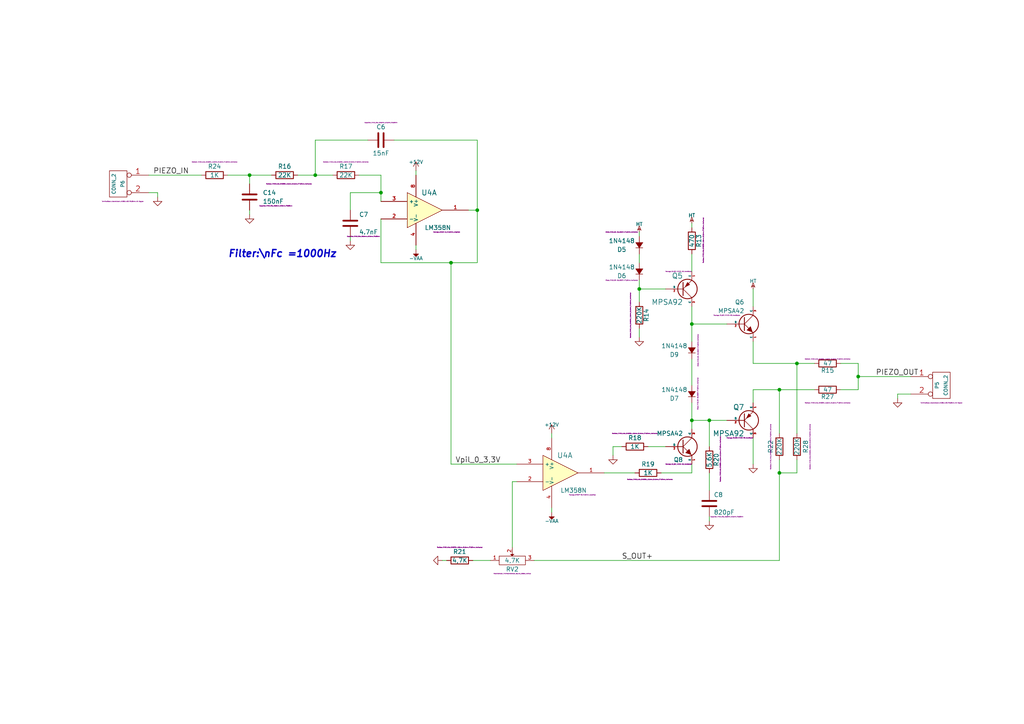
<source format=kicad_sch>
(kicad_sch (version 20200512) (host eeschema "(5.99.0-1712-g5a9e69b14)")
  (page 2 3)
  (paper "A4")
  (title_block (title "Complex hierarchy: demo") (date "2017-01-15") (rev "1"))
  (lib_symbols
    (symbol "complex_hierarchy_schlib:+12V" (power) (pin_names (offset 0))
      (property "Value" "+12V" (at 0 3.556 0))
      (symbol "+12V_0_1"
        (polyline (pts (xy -0.762 1.27) (xy 0 2.54)))
        (polyline (pts (xy 0 0) (xy 0 2.54)))
        (polyline (pts (xy 0 2.54) (xy 0.762 1.27)))
      )
      (symbol "+12V_1_1"
        (pin power_in line (at 0 0 90) (length 0) (name "+12V") (number "1") hide)
      )
    )
    (symbol "complex_hierarchy_schlib:-VAA" (power) (pin_names (offset 0))
      (property "Value" "-VAA" (at 0 2.54 0))
      (symbol "-VAA_0_1"
        (polyline (pts (xy 0 0) (xy 0 1.27) (xy 0 1.27)))
        (polyline (pts (xy 0 2.032) (xy 0.762 1.27) (xy -0.508 1.27) (xy -0.762 1.27) (xy 0 2.032) (xy 0 2.032) (xy 0 2.032)) (fill (type outline)))
      )
      (symbol "-VAA_0_0"
        (pin power_in line (at 0 0 90) (length 0) (name "-VAA") (number "1") hide)
      )
    )
    (symbol "complex_hierarchy_schlib:C" (pin_numbers hide) (pin_names (offset 0.254))
      (property "Reference" "C" (at 0.635 2.54 0))
      (property "Value" "C" (at 0.635 -2.54 0))
      (symbol "C_0_1"
        (polyline (pts (xy -2.032 -0.762) (xy 2.032 -0.762)) (stroke (width 0.508)))
        (polyline (pts (xy -2.032 0.762) (xy 2.032 0.762)) (stroke (width 0.508)))
      )
      (symbol "C_1_1"
        (pin passive line (at 0 3.81 270) (length 2.794) (name "~") (number "1"))
        (pin passive line (at 0 -3.81 90) (length 2.794) (name "~") (number "2"))
      )
    )
    (symbol "complex_hierarchy_schlib:CONN_2" (pin_names hide)
      (property "Reference" "P" (at -1.27 0 90))
      (property "Value" "CONN_2" (at 1.27 0 90))
      (symbol "CONN_2_0_1"
        (rectangle (start -2.54 3.81) (end 2.54 -3.81))
      )
      (symbol "CONN_2_1_1"
        (pin passive inverted (at -8.89 2.54 0) (length 6.35) (name "P1") (number "1"))
        (pin passive inverted (at -8.89 -2.54 0) (length 6.35) (name "PM") (number "2"))
      )
    )
    (symbol "complex_hierarchy_schlib:D_Small" (pin_numbers hide) (pin_names (offset 0.254) hide)
      (property "Reference" "D" (at -1.27 2.032 0))
      (property "Value" "D_Small" (at -3.81 -2.032 0))
      (symbol "D_Small_0_1"
        (polyline (pts (xy -0.762 -1.016) (xy -0.762 1.016)))
        (polyline (pts (xy 0.762 -1.016) (xy -0.762 0) (xy 0.762 1.016) (xy 0.762 -1.016)) (fill (type outline)))
      )
      (symbol "D_Small_1_1"
        (pin passive line (at -2.54 0 0) (length 1.778) (name "K") (number "1"))
        (pin passive line (at 2.54 0 180) (length 1.778) (name "A") (number "2"))
      )
    )
    (symbol "complex_hierarchy_schlib:GND" (power) (pin_names (offset 0))
      (property "Value" "GND" (at 0 -3.1242 0))
      (symbol "GND_0_1"
        (polyline (pts (xy 0 0) (xy 0 -1.27) (xy 1.27 -1.27) (xy 0 -2.54) (xy -1.27 -1.27) (xy 0 -1.27)))
      )
      (symbol "GND_1_1"
        (pin power_in line (at 0 0 270) (length 0) (name "GND") (number "1") hide)
      )
    )
    (symbol "complex_hierarchy_schlib:HT" (power) (pin_names (offset 0))
      (property "Value" "HT" (at 0 2.286 0))
      (symbol "HT_0_1"
        (polyline (pts (xy 0 0) (xy 0 1.016) (xy 0 1.016)))
        (polyline (pts (xy 0 1.016) (xy 0.508 0.508) (xy 0 1.778) (xy -0.508 0.508) (xy 0 1.016) (xy 0 1.016)))
      )
      (symbol "HT_0_0"
        (pin power_in line (at 0 0 90) (length 0) (name "HT") (number "1") hide)
      )
    )
    (symbol "complex_hierarchy_schlib:LM358N" (pin_names (offset 0.508))
      (property "Reference" "U" (at -1.27 5.08 0))
      (property "Value" "LM358N" (at -1.27 -6.35 0))
      (symbol "LM358N_0_1"
        (polyline (pts (xy -5.08 5.08) (xy 5.08 0) (xy -5.08 -5.08) (xy -5.08 5.08)) (fill (type background)))
        (pin power_in line (at -2.54 -10.16 90) (length 6.35) (name "V-") (number "4"))
        (pin power_in line (at -2.54 10.16 270) (length 6.35) (name "V+") (number "8"))
      )
      (symbol "LM358N_1_1"
        (pin output line (at 12.7 0 180) (length 7.62) (name "~") (number "1"))
        (pin input line (at -12.7 -2.54 0) (length 7.62) (name "-") (number "2"))
        (pin input line (at -12.7 2.54 0) (length 7.62) (name "+") (number "3"))
      )
      (symbol "LM358N_2_1"
        (pin input line (at -12.7 2.54 0) (length 7.62) (name "+") (number "5"))
        (pin input line (at -12.7 -2.54 0) (length 7.62) (name "-") (number "6"))
        (pin output line (at 12.7 0 180) (length 7.62) (name "~") (number "7"))
      )
    )
    (symbol "complex_hierarchy_schlib:MPSA42" (pin_names (offset 0))
      (property "Reference" "Q" (at 3.81 -3.81 0))
      (property "Value" "MPSA42" (at 3.81 3.81 0))
      (symbol "MPSA42_0_1"
        (circle (center 1.27 0) (radius 2.8194) (stroke (width 0.254)))
        (polyline (pts (xy 0 0) (xy 2.54 2.54)))
        (polyline (pts (xy 0 1.905) (xy 0 -1.905) (xy 0 -1.905)) (stroke (width 0.254)))
        (polyline (pts (xy 1.27 -1.27) (xy 0 0) (xy 0 0)))
        (polyline (pts (xy 2.286 -2.286) (xy 2.54 -2.54) (xy 2.54 -2.54)))
        (polyline (pts (xy 2.286 -2.286) (xy 1.778 -0.762) (xy 0.762 -1.778) (xy 2.286 -2.286) (xy 2.286 -2.286)) (fill (type outline)))
      )
      (symbol "MPSA42_1_1"
        (pin passive line (at 2.54 -5.08 90) (length 2.54) (name "E") (number "1"))
        (pin input line (at -5.08 0 0) (length 5.08) (name "B") (number "2"))
        (pin passive line (at 2.54 5.08 270) (length 2.54) (name "C") (number "3"))
      )
    )
    (symbol "complex_hierarchy_schlib:MPSA92" (pin_names (offset 0))
      (property "Reference" "Q" (at 3.81 -3.81 0))
      (property "Value" "MPSA92" (at 3.81 3.81 0))
      (symbol "MPSA92_0_1"
        (circle (center 1.27 0) (radius 2.8194) (stroke (width 0.254)))
        (polyline (pts (xy 0 0) (xy 2.54 2.54)))
        (polyline (pts (xy 0 1.905) (xy 0 -1.905) (xy 0 -1.905)) (stroke (width 0.254)) (fill (type outline)))
        (polyline (pts (xy 0.635 -0.635) (xy 0 0) (xy 0 0)))
        (polyline (pts (xy 2.54 -2.54) (xy 1.651 -1.651) (xy 1.651 -1.651)))
        (polyline (pts (xy 0.635 -0.635) (xy 1.27 -1.905) (xy 1.905 -1.27) (xy 0.635 -0.635) (xy 0.635 -0.635)) (fill (type outline)))
      )
      (symbol "MPSA92_1_1"
        (pin passive line (at 2.54 -5.08 90) (length 2.54) (name "E") (number "1"))
        (pin input line (at -5.08 0 0) (length 5.08) (name "B") (number "2"))
        (pin passive line (at 2.54 5.08 270) (length 2.54) (name "C") (number "3"))
      )
    )
    (symbol "complex_hierarchy_schlib:POT" (pin_names hide)
      (property "Reference" "RV" (at 0 -2.54 0))
      (property "Value" "POT" (at 0 0 0))
      (symbol "POT_0_1"
        (rectangle (start -3.81 1.27) (end 3.81 -1.27))
        (polyline (pts (xy 0 1.27) (xy -0.508 1.778) (xy 0.508 1.778)) (fill (type outline)))
      )
      (symbol "POT_1_1"
        (pin passive line (at -6.35 0 0) (length 2.54) (name "1") (number "1"))
        (pin passive line (at 0 3.81 270) (length 2.032) (name "2") (number "2"))
        (pin passive line (at 6.35 0 180) (length 2.54) (name "3") (number "3"))
      )
    )
    (symbol "complex_hierarchy_schlib:R" (pin_numbers hide) (pin_names (offset 0))
      (property "Reference" "R" (at 2.032 0 90))
      (property "Value" "R" (at 0 0 90))
      (symbol "R_0_1"
        (rectangle (start -1.016 -2.54) (end 1.016 2.54) (stroke (width 0.254)))
      )
      (symbol "R_1_1"
        (pin passive line (at 0 3.81 270) (length 1.27) (name "~") (number "1"))
        (pin passive line (at 0 -3.81 90) (length 1.27) (name "~") (number "2"))
      )
    )
  )
  (junction (at 72.39 50.8))
  (junction (at 91.44 50.8))
  (junction (at 110.49 55.88))
  (junction (at 130.81 76.2))
  (junction (at 138.43 60.96))
  (junction (at 185.42 83.82))
  (junction (at 200.66 93.98))
  (junction (at 200.66 121.92))
  (junction (at 205.74 121.92))
  (junction (at 226.06 113.03))
  (junction (at 226.06 137.16))
  (junction (at 231.14 105.41))
  (junction (at 248.92 109.22))
  (wire (pts (xy 43.18 55.88) (xy 45.72 55.88)))
  (wire (pts (xy 45.72 55.88) (xy 45.72 57.15)))
  (wire (pts (xy 58.42 50.8) (xy 43.18 50.8)))
  (wire (pts (xy 66.04 50.8) (xy 72.39 50.8)))
  (wire (pts (xy 72.39 50.8) (xy 78.74 50.8)))
  (wire (pts (xy 72.39 53.34) (xy 72.39 50.8)))
  (wire (pts (xy 72.39 62.23) (xy 72.39 60.96)))
  (wire (pts (xy 86.36 50.8) (xy 91.44 50.8)))
  (wire (pts (xy 91.44 40.64) (xy 91.44 50.8)))
  (wire (pts (xy 91.44 50.8) (xy 96.52 50.8)))
  (wire (pts (xy 101.6 55.88) (xy 101.6 60.96)))
  (wire (pts (xy 101.6 69.85) (xy 101.6 68.58)))
  (wire (pts (xy 106.68 40.64) (xy 91.44 40.64)))
  (wire (pts (xy 110.49 50.8) (xy 104.14 50.8)))
  (wire (pts (xy 110.49 50.8) (xy 110.49 55.88)))
  (wire (pts (xy 110.49 55.88) (xy 101.6 55.88)))
  (wire (pts (xy 110.49 55.88) (xy 110.49 58.42)))
  (wire (pts (xy 110.49 63.5) (xy 110.49 76.2)))
  (wire (pts (xy 110.49 76.2) (xy 130.81 76.2)))
  (wire (pts (xy 120.65 49.53) (xy 120.65 50.8)))
  (wire (pts (xy 120.65 72.39) (xy 120.65 71.12)))
  (wire (pts (xy 128.27 162.56) (xy 129.54 162.56)))
  (wire (pts (xy 130.81 76.2) (xy 138.43 76.2)))
  (wire (pts (xy 130.81 134.62) (xy 130.81 76.2)))
  (wire (pts (xy 135.89 60.96) (xy 138.43 60.96)))
  (wire (pts (xy 137.16 162.56) (xy 142.24 162.56)))
  (wire (pts (xy 138.43 40.64) (xy 114.3 40.64)))
  (wire (pts (xy 138.43 60.96) (xy 138.43 40.64)))
  (wire (pts (xy 138.43 76.2) (xy 138.43 60.96)))
  (wire (pts (xy 148.59 139.7) (xy 149.86 139.7)))
  (wire (pts (xy 148.59 158.75) (xy 148.59 139.7)))
  (wire (pts (xy 149.86 134.62) (xy 130.81 134.62)))
  (wire (pts (xy 160.02 125.73) (xy 160.02 127)))
  (wire (pts (xy 160.02 148.59) (xy 160.02 147.32)))
  (wire (pts (xy 175.26 137.16) (xy 184.15 137.16)))
  (wire (pts (xy 177.8 129.54) (xy 177.8 132.08)))
  (wire (pts (xy 180.34 129.54) (xy 177.8 129.54)))
  (wire (pts (xy 185.42 68.58) (xy 185.42 67.31)))
  (wire (pts (xy 185.42 76.2) (xy 185.42 73.66)))
  (wire (pts (xy 185.42 81.28) (xy 185.42 83.82)))
  (wire (pts (xy 185.42 83.82) (xy 185.42 87.63)))
  (wire (pts (xy 185.42 95.25) (xy 185.42 97.79)))
  (wire (pts (xy 187.96 129.54) (xy 193.04 129.54)))
  (wire (pts (xy 193.04 83.82) (xy 185.42 83.82)))
  (wire (pts (xy 200.66 64.77) (xy 200.66 66.04)))
  (wire (pts (xy 200.66 73.66) (xy 200.66 78.74)))
  (wire (pts (xy 200.66 88.9) (xy 200.66 93.98)))
  (wire (pts (xy 200.66 93.98) (xy 200.66 99.06)))
  (wire (pts (xy 200.66 104.14) (xy 200.66 111.76)))
  (wire (pts (xy 200.66 116.84) (xy 200.66 121.92)))
  (wire (pts (xy 200.66 121.92) (xy 200.66 124.46)))
  (wire (pts (xy 200.66 121.92) (xy 205.74 121.92)))
  (wire (pts (xy 200.66 134.62) (xy 200.66 137.16)))
  (wire (pts (xy 200.66 137.16) (xy 191.77 137.16)))
  (wire (pts (xy 205.74 121.92) (xy 205.74 129.54)))
  (wire (pts (xy 205.74 121.92) (xy 210.82 121.92)))
  (wire (pts (xy 205.74 137.16) (xy 205.74 142.24)))
  (wire (pts (xy 205.74 149.86) (xy 205.74 151.13)))
  (wire (pts (xy 210.82 93.98) (xy 200.66 93.98)))
  (wire (pts (xy 218.44 83.82) (xy 218.44 88.9)))
  (wire (pts (xy 218.44 105.41) (xy 218.44 99.06)))
  (wire (pts (xy 218.44 105.41) (xy 231.14 105.41)))
  (wire (pts (xy 218.44 113.03) (xy 218.44 116.84)))
  (wire (pts (xy 218.44 113.03) (xy 226.06 113.03)))
  (wire (pts (xy 218.44 127) (xy 218.44 134.62)))
  (wire (pts (xy 226.06 113.03) (xy 226.06 125.73)))
  (wire (pts (xy 226.06 113.03) (xy 236.22 113.03)))
  (wire (pts (xy 226.06 133.35) (xy 226.06 137.16)))
  (wire (pts (xy 226.06 137.16) (xy 226.06 162.56)))
  (wire (pts (xy 226.06 137.16) (xy 231.14 137.16)))
  (wire (pts (xy 226.06 162.56) (xy 154.94 162.56)))
  (wire (pts (xy 231.14 105.41) (xy 236.22 105.41)))
  (wire (pts (xy 231.14 125.73) (xy 231.14 105.41)))
  (wire (pts (xy 231.14 137.16) (xy 231.14 133.35)))
  (wire (pts (xy 248.92 105.41) (xy 243.84 105.41)))
  (wire (pts (xy 248.92 105.41) (xy 248.92 109.22)))
  (wire (pts (xy 248.92 109.22) (xy 248.92 113.03)))
  (wire (pts (xy 248.92 109.22) (xy 264.16 109.22)))
  (wire (pts (xy 248.92 113.03) (xy 243.84 113.03)))
  (wire (pts (xy 260.35 114.3) (xy 260.35 115.57)))
  (wire (pts (xy 264.16 114.3) (xy 260.35 114.3)))
  (text "Filter:\\nFc =1000Hz" (at 66.04 74.93 0) (effects (font (size 2.032 2.032) (thickness 0.4064) bold italic) (justify left bottom)))
  (label "PIEZO_IN" (at 44.45 50.8 0) (effects (font (size 1.524 1.524))))
  (label "Vpil_0_3,3V" (at 132.08 134.62 0) (effects (font (size 1.524 1.524))))
  (label "S_OUT+" (at 180.34 162.56 0) (effects (font (size 1.524 1.524))))
  (label "PIEZO_OUT" (at 254 109.22 0) (effects (font (size 1.524 1.524))))
  (symbol (lib_id "complex_hierarchy_schlib:HT") (at 185.42 67.31 0)
    (property "Reference" "#PWR031" (effects hide))
    (property "Value" "HT" (at 185.42 65.024 0) (effects (font (size 1.016 1.016))))
  )
  (symbol (lib_id "complex_hierarchy_schlib:HT") (at 200.66 64.77 0)
    (property "Reference" "#PWR032" (effects hide))
    (property "Value" "HT" (at 200.66 62.484 0) (effects (font (size 1.016 1.016))))
  )
  (symbol (lib_id "complex_hierarchy_schlib:HT") (at 218.44 83.82 0)
    (property "Reference" "#PWR033" (effects hide))
    (property "Value" "HT" (at 218.44 81.534 0) (effects (font (size 1.016 1.016))))
  )
  (symbol (lib_id "complex_hierarchy_schlib:-VAA") (at 120.65 72.39 180)
    (property "Reference" "#PWR022" (effects hide))
    (property "Value" "-VAA" (at 120.65 74.93 0) (effects (font (size 1.016 1.016))))
  )
  (symbol (lib_id "complex_hierarchy_schlib:-VAA") (at 160.02 148.59 180)
    (property "Reference" "#PWR021" (effects hide))
    (property "Value" "-VAA" (at 160.02 151.13 0) (effects (font (size 1.016 1.016))))
  )
  (symbol (lib_id "complex_hierarchy_schlib:+12V") (at 120.65 49.53 0)
    (property "Reference" "#U034" (effects hide))
    (property "Value" "+12V" (at 120.65 46.99 0) (effects (font (size 1.016 1.016))))
  )
  (symbol (lib_id "complex_hierarchy_schlib:+12V") (at 160.02 125.73 0)
    (property "Reference" "#U026" (effects hide))
    (property "Value" "+12V" (at 160.02 123.19 0) (effects (font (size 1.016 1.016))))
  )
  (symbol (lib_id "complex_hierarchy_schlib:GND") (at 45.72 57.15 0)
    (property "Reference" "#PWR027" (effects hide))
    (property "Value" "GND" (effects hide))
  )
  (symbol (lib_id "complex_hierarchy_schlib:GND") (at 72.39 62.23 0)
    (property "Reference" "#PWR020" (effects hide))
    (property "Value" "GND" (effects hide))
  )
  (symbol (lib_id "complex_hierarchy_schlib:GND") (at 101.6 69.85 0)
    (property "Reference" "#PWR028" (effects hide))
    (property "Value" "GND" (effects hide))
  )
  (symbol (lib_id "complex_hierarchy_schlib:GND") (at 128.27 162.56 270)
    (property "Reference" "#PWR030" (effects hide))
    (property "Value" "GND" (effects hide))
  )
  (symbol (lib_id "complex_hierarchy_schlib:GND") (at 177.8 132.08 0)
    (property "Reference" "#PWR024" (effects hide))
    (property "Value" "GND" (effects hide))
  )
  (symbol (lib_id "complex_hierarchy_schlib:GND") (at 185.42 97.79 0)
    (property "Reference" "#PWR025" (effects hide))
    (property "Value" "GND" (effects hide))
  )
  (symbol (lib_id "complex_hierarchy_schlib:GND") (at 205.74 151.13 0)
    (property "Reference" "#PWR019" (effects hide))
    (property "Value" "GND" (effects hide))
  )
  (symbol (lib_id "complex_hierarchy_schlib:GND") (at 218.44 134.62 0)
    (property "Reference" "#PWR023" (effects hide))
    (property "Value" "GND" (effects hide))
  )
  (symbol (lib_id "complex_hierarchy_schlib:GND") (at 260.35 115.57 0)
    (property "Reference" "#PWR029" (effects hide))
    (property "Value" "GND" (effects hide))
  )
  (symbol (lib_id "complex_hierarchy_schlib:D_Small") (at 185.42 71.12 90)
    (property "Reference" "D5" (at 180.34 72.39 90))
    (property "Value" "1N4148" (at 180.34 69.85 90))
    (property "Footprint" "Diode_THT:D_DO-35_SOD27_P7.62mm_Horizontal" (at 180.34 67.31 90) (effects (font (size 0.254 0.254))))
  )
  (symbol (lib_id "complex_hierarchy_schlib:D_Small") (at 185.42 78.74 90)
    (property "Reference" "D6" (at 180.34 80.01 90))
    (property "Value" "1N4148" (at 180.34 77.47 90))
    (property "Footprint" "Diode_THT:D_DO-35_SOD27_P7.62mm_Horizontal" (at 180.34 81.28 90) (effects (font (size 0.254 0.254))))
  )
  (symbol (lib_id "complex_hierarchy_schlib:D_Small") (at 200.66 101.6 90)
    (property "Reference" "D9" (at 195.58 102.87 90))
    (property "Value" "1N4148" (at 195.58 100.33 90))
    (property "Footprint" "Diode_THT:D_DO-35_SOD27_P7.62mm_Horizontal" (at 202.463 101.575 0) (effects (font (size 0.254 0.254))))
  )
  (symbol (lib_id "complex_hierarchy_schlib:D_Small") (at 200.66 114.3 90)
    (property "Reference" "D7" (at 195.58 115.57 90))
    (property "Value" "1N4148" (at 195.58 113.03 90))
    (property "Footprint" "Diode_THT:D_DO-35_SOD27_P7.62mm_Horizontal" (at 202.387 114.148 0) (effects (font (size 0.254 0.254))))
  )
  (symbol (lib_id "complex_hierarchy_schlib:R") (at 62.23 50.8 270)
    (property "Reference" "R24" (at 62.23 48.26 90))
    (property "Value" "1K" (at 62.23 50.8 90))
    (property "Footprint" "Resistor_THT:R_Axial_DIN0204_L3.6mm_D1.6mm_P7.62mm_Horizontal" (at 62.23 46.99 90) (effects (font (size 0.254 0.254))))
  )
  (symbol (lib_id "complex_hierarchy_schlib:R") (at 82.55 50.8 270)
    (property "Reference" "R16" (at 82.55 48.26 90))
    (property "Value" "22K" (at 82.55 50.8 90))
    (property "Footprint" "Resistor_THT:R_Axial_DIN0204_L3.6mm_D1.6mm_P7.62mm_Horizontal" (at 83.82 53.34 90) (effects (font (size 0.254 0.254))))
  )
  (symbol (lib_id "complex_hierarchy_schlib:R") (at 100.33 50.8 270)
    (property "Reference" "R17" (at 100.33 48.26 90))
    (property "Value" "22K" (at 100.33 50.8 90))
    (property "Footprint" "Resistor_THT:R_Axial_DIN0204_L3.6mm_D1.6mm_P7.62mm_Horizontal" (at 100.33 46.99 90) (effects (font (size 0.254 0.254))))
  )
  (symbol (lib_id "complex_hierarchy_schlib:R") (at 133.35 162.56 270)
    (property "Reference" "R21" (at 133.35 160.02 90))
    (property "Value" "4,7K" (at 133.35 162.56 90))
    (property "Footprint" "Resistor_THT:R_Axial_DIN0204_L3.6mm_D1.6mm_P7.62mm_Horizontal" (at 133.35 158.75 90) (effects (font (size 0.254 0.254))))
  )
  (symbol (lib_id "complex_hierarchy_schlib:R") (at 184.15 129.54 270)
    (property "Reference" "R18" (at 184.15 127 90))
    (property "Value" "1K" (at 184.15 129.54 90))
    (property "Footprint" "Resistor_THT:R_Axial_DIN0204_L3.6mm_D1.6mm_P7.62mm_Horizontal" (at 184.15 125.73 90) (effects (font (size 0.254 0.254))))
  )
  (symbol (lib_id "complex_hierarchy_schlib:R") (at 185.42 91.44 0)
    (property "Reference" "R14" (at 187.452 91.44 90))
    (property "Value" "220K" (at 185.42 91.44 90))
    (property "Footprint" "Resistor_THT:R_Axial_DIN0204_L3.6mm_D1.6mm_P7.62mm_Horizontal" (at 182.88 91.44 90) (effects (font (size 0.254 0.254))))
  )
  (symbol (lib_id "complex_hierarchy_schlib:R") (at 187.96 137.16 270)
    (property "Reference" "R19" (at 187.96 134.62 90))
    (property "Value" "1K" (at 187.96 137.16 90))
    (property "Footprint" "Resistor_THT:R_Axial_DIN0204_L3.6mm_D1.6mm_P7.62mm_Horizontal" (at 188.519 139.065 90) (effects (font (size 0.254 0.254))))
  )
  (symbol (lib_id "complex_hierarchy_schlib:R") (at 200.66 69.85 0)
    (property "Reference" "R13" (at 202.692 69.85 90))
    (property "Value" "470" (at 200.66 69.85 90))
    (property "Footprint" "Resistor_THT:R_Axial_DIN0204_L3.6mm_D1.6mm_P7.62mm_Horizontal" (at 203.987 69.6468 90) (effects (font (size 0.254 0.254))))
  )
  (symbol (lib_id "complex_hierarchy_schlib:R") (at 205.74 133.35 0)
    (property "Reference" "R20" (at 207.772 133.35 90))
    (property "Value" "5,6K" (at 205.74 133.35 90))
    (property "Footprint" "Resistor_THT:R_Axial_DIN0204_L3.6mm_D1.6mm_P7.62mm_Horizontal" (at 208.94 133.121 90) (effects (font (size 0.254 0.254))))
  )
  (symbol (lib_id "complex_hierarchy_schlib:R") (at 226.06 129.54 180)
    (property "Reference" "R22" (at 223.52 129.54 90))
    (property "Value" "220K" (at 226.06 129.54 90))
    (property "Footprint" "Resistor_THT:R_Axial_DIN0204_L3.6mm_D1.6mm_P7.62mm_Horizontal" (at 223.52 129.54 90) (effects (font (size 0.254 0.254))))
  )
  (symbol (lib_id "complex_hierarchy_schlib:R") (at 231.14 129.54 180)
    (property "Reference" "R28" (at 233.68 129.54 90))
    (property "Value" "220K" (at 231.14 129.54 90))
    (property "Footprint" "Resistor_THT:R_Axial_DIN0204_L3.6mm_D1.6mm_P7.62mm_Horizontal" (at 234.95 129.54 90) (effects (font (size 0.254 0.254))))
  )
  (symbol (lib_id "complex_hierarchy_schlib:R") (at 240.03 105.41 270)
    (property "Reference" "R15" (at 240.03 107.442 90))
    (property "Value" "47" (at 240.03 105.41 90))
    (property "Footprint" "Resistor_THT:R_Axial_DIN0204_L3.6mm_D1.6mm_P7.62mm_Horizontal" (at 240.03 104.14 90) (effects (font (size 0.254 0.254))))
  )
  (symbol (lib_id "complex_hierarchy_schlib:R") (at 240.03 113.03 270)
    (property "Reference" "R27" (at 240.03 115.062 90))
    (property "Value" "47" (at 240.03 113.03 90))
    (property "Footprint" "Resistor_THT:R_Axial_DIN0204_L3.6mm_D1.6mm_P7.62mm_Horizontal" (at 240.03 116.84 90) (effects (font (size 0.254 0.254))))
  )
  (symbol (lib_id "complex_hierarchy_schlib:C") (at 72.39 57.15 0)
    (property "Reference" "C14" (at 76.2 55.88 0) (effects (justify left)))
    (property "Value" "150nF" (at 76.2 58.42 0) (effects (justify left)))
    (property "Footprint" "Capacitor_THT:C_Disc_D5.0mm_W2.5mm_P5.00mm" (at 80.01 59.69 0) (effects (font (size 0.254 0.254))))
  )
  (symbol (lib_id "complex_hierarchy_schlib:C") (at 101.6 64.77 0)
    (property "Reference" "C7" (at 104.14 62.23 0) (effects (justify left)))
    (property "Value" "4.7nF" (at 104.14 67.31 0) (effects (justify left)))
    (property "Footprint" "Capacitor_THT:C_Disc_D5.0mm_W2.5mm_P5.00mm" (at 105.41 68.58 0) (effects (font (size 0.254 0.254))))
  )
  (symbol (lib_id "complex_hierarchy_schlib:C") (at 110.49 40.64 270)
    (property "Reference" "C6" (at 110.49 36.83 90))
    (property "Value" "15nF" (at 110.49 44.45 90))
    (property "Footprint" "Capacitor_THT:C_Disc_D5.0mm_W2.5mm_P5.00mm" (at 110.49 35.56 90) (effects (font (size 0.254 0.254))))
  )
  (symbol (lib_id "complex_hierarchy_schlib:C") (at 205.74 146.05 0)
    (property "Reference" "C8" (at 207.01 143.51 0) (effects (justify left)))
    (property "Value" "820pF" (at 207.01 148.59 0) (effects (justify left)))
    (property "Footprint" "Capacitor_THT:C_Disc_D5.0mm_W2.5mm_P5.00mm" (at 210.82 149.86 0) (effects (font (size 0.254 0.254))))
  )
  (symbol (lib_id "complex_hierarchy_schlib:POT") (at 148.59 162.56 0)
    (property "Reference" "RV2" (at 148.59 165.1 0))
    (property "Value" "4,7K" (at 148.59 162.56 0))
    (property "Footprint" "Potentiometer_THT:Potentiometer_Bourns_3266W_Vertical" (at 148.59 166.37 0) (effects (font (size 0.254 0.254))))
  )
  (symbol (lib_id "complex_hierarchy_schlib:CONN_2") (at 34.29 53.34 0) (mirror y)
    (property "Reference" "P6" (at 35.56 53.34 90) (effects (font (size 1.016 1.016))))
    (property "Value" "CONN_2" (at 33.02 53.34 90) (effects (font (size 1.016 1.016))))
    (property "Footprint" "TerminalBlock_Altech:Altech_AK300_1x02_P5.00mm_45-Degree" (at 35.56 58.42 0) (effects (font (size 0.254 0.254))))
  )
  (symbol (lib_id "complex_hierarchy_schlib:CONN_2") (at 273.05 111.76 0)
    (property "Reference" "P5" (at 271.78 111.76 90) (effects (font (size 1.016 1.016))))
    (property "Value" "CONN_2" (at 274.32 111.76 90) (effects (font (size 1.016 1.016))))
    (property "Footprint" "TerminalBlock_Altech:Altech_AK300_1x02_P5.00mm_45-Degree" (at 273.05 116.84 0) (effects (font (size 0.254 0.254))))
  )
  (symbol (lib_id "complex_hierarchy_schlib:MPSA92") (at 198.12 83.82 0) (mirror x)
    (property "Reference" "Q5" (at 198.12 80.01 0) (effects (font (size 1.524 1.524)) (justify right)))
    (property "Value" "MPSA92" (at 198.12 87.63 0) (effects (font (size 1.524 1.524)) (justify right)))
    (property "Footprint" "Package_TO_SOT_THT:TO-92_HandSolder" (at 196.85 78.74 0) (effects (font (size 0.254 0.254))))
  )
  (symbol (lib_id "complex_hierarchy_schlib:MPSA42") (at 198.12 129.54 0)
    (property "Reference" "Q8" (at 198.12 133.35 0) (effects (justify right)))
    (property "Value" "MPSA42" (at 198.12 125.73 0) (effects (justify right)))
    (property "Footprint" "Package_TO_SOT_THT:TO-92_HandSolder" (at 196.85 134.62 0) (effects (font (size 0.254 0.254))))
  )
  (symbol (lib_id "complex_hierarchy_schlib:MPSA42") (at 215.9 93.98 0)
    (property "Reference" "Q6" (at 215.9 87.63 0) (effects (justify right)))
    (property "Value" "MPSA42" (at 215.9 90.17 0) (effects (justify right)))
    (property "Footprint" "Package_TO_SOT_THT:TO-92_HandSolder" (at 210.82 91.44 0) (effects (font (size 0.254 0.254))))
  )
  (symbol (lib_id "complex_hierarchy_schlib:MPSA92") (at 215.9 121.92 0) (mirror x)
    (property "Reference" "Q7" (at 215.9 118.11 0) (effects (font (size 1.524 1.524)) (justify right)))
    (property "Value" "MPSA92" (at 215.9 125.73 0) (effects (font (size 1.524 1.524)) (justify right)))
    (property "Footprint" "Package_TO_SOT_THT:TO-92_HandSolder" (at 214.63 127 0) (effects (font (size 0.254 0.254))))
  )
  (symbol (lib_id "complex_hierarchy_schlib:LM358N") (at 123.19 60.96 0)
    (property "Reference" "U4" (at 124.46 55.88 0) (effects (font (size 1.524 1.524))))
    (property "Value" "LM358N" (at 127 66.04 0))
    (property "Footprint" "Package_DIP:DIP-8_W7.62mm_LongPads" (at 129.54 67.31 0) (effects (font (size 0.254 0.254))))
  )
  (symbol (lib_id "complex_hierarchy_schlib:LM358N") (at 162.56 137.16 0)
    (property "Reference" "U4" (at 163.83 132.08 0) (effects (font (size 1.524 1.524))))
    (property "Value" "LM358N" (at 166.37 142.24 0))
    (property "Footprint" "Package_DIP:DIP-8_W7.62mm_LongPads" (at 168.91 143.51 0) (effects (font (size 0.254 0.254))))
  )
)
</source>
